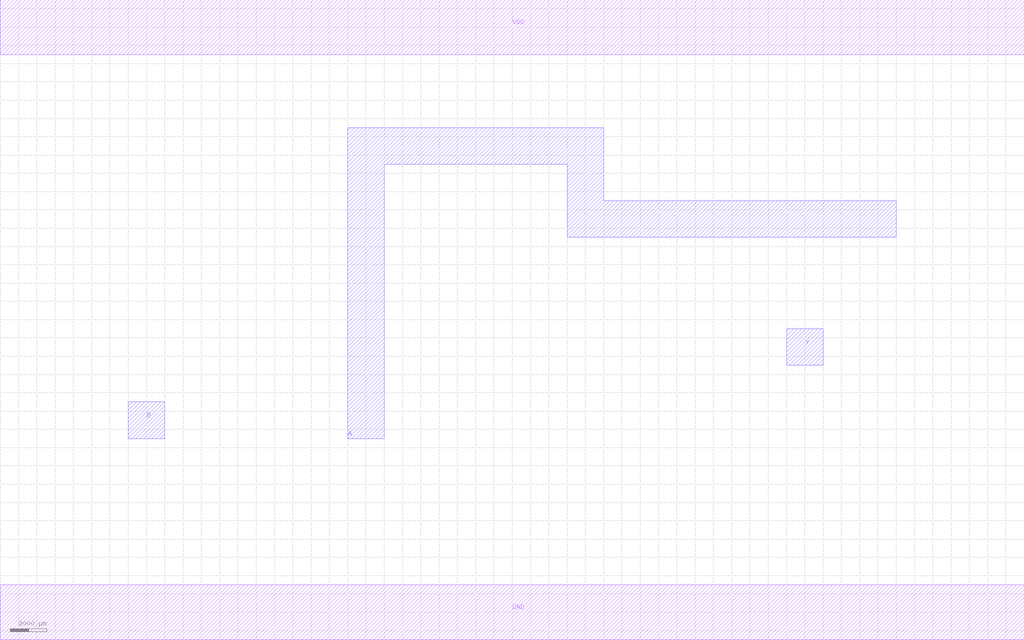
<source format=lef>
MACRO XOR2X1
 CLASS CORE ;
 ORIGIN 0 0 ;
 FOREIGN XOR2X1 0 0 ;
 SITE CORE ;
 SYMMETRY X Y R90 ;
  PIN VDD
   DIRECTION INOUT ;
   USE SIGNAL ;
   SHAPE ABUTMENT ;
    PORT
     CLASS CORE ;
       LAYER metal1 ;
        RECT 0.00000000 30500.00000000 56000.00000000 33500.00000000 ;
    END
  END VDD

  PIN GND
   DIRECTION INOUT ;
   USE SIGNAL ;
   SHAPE ABUTMENT ;
    PORT
     CLASS CORE ;
       LAYER metal1 ;
        RECT 0.00000000 -1500.00000000 56000.00000000 1500.00000000 ;
    END
  END GND

  PIN B
   DIRECTION INOUT ;
   USE SIGNAL ;
   SHAPE ABUTMENT ;
    PORT
     CLASS CORE ;
       LAYER metal2 ;
        RECT 7000.00000000 9500.00000000 9000.00000000 11500.00000000 ;
    END
  END B

  PIN A
   DIRECTION INOUT ;
   USE SIGNAL ;
   SHAPE ABUTMENT ;
    PORT
     CLASS CORE ;
       LAYER metal2 ;
        POLYGON 19000.00000000 9500.00000000 19000.00000000 26500.00000000 33000.00000000 26500.00000000 33000.00000000 22500.00000000 49000.00000000 22500.00000000 49000.00000000 20500.00000000 31000.00000000 20500.00000000 31000.00000000 24500.00000000 21000.00000000 24500.00000000 21000.00000000 9500.00000000 ;
    END
  END A

  PIN Y
   DIRECTION INOUT ;
   USE SIGNAL ;
   SHAPE ABUTMENT ;
    PORT
     CLASS CORE ;
       LAYER metal2 ;
        RECT 43000.00000000 13500.00000000 45000.00000000 15500.00000000 ;
    END
  END Y


END XOR2X1

</source>
